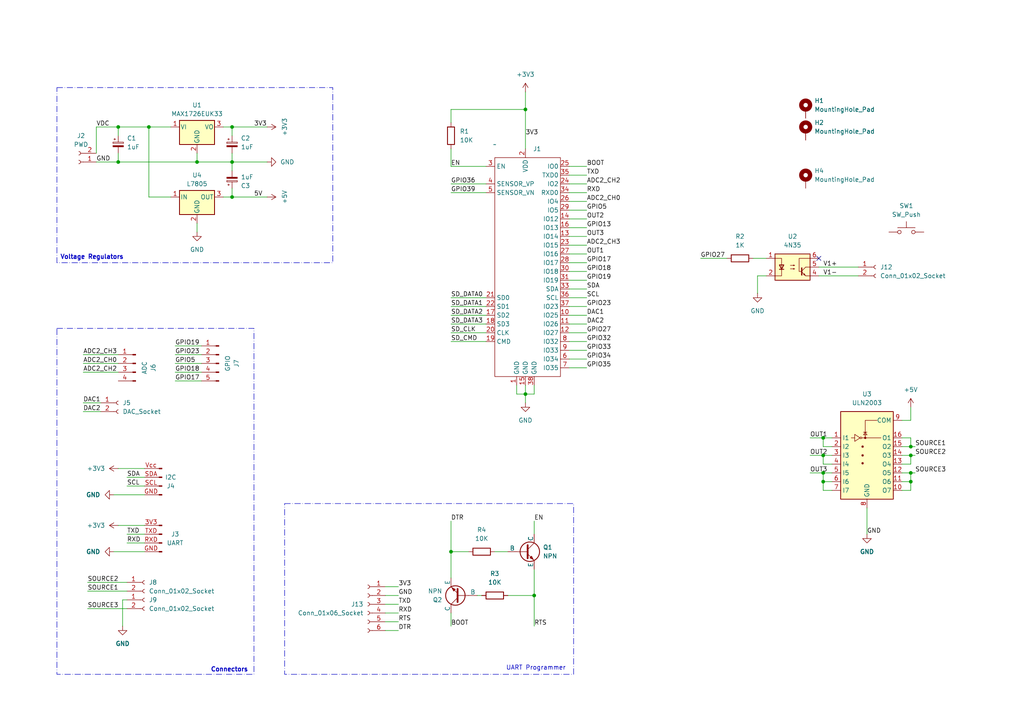
<source format=kicad_sch>
(kicad_sch (version 20231120) (generator "eeschema") (generator_version "8.0")
  (paper "A4")
  (lib_symbols
    (symbol "Alexander_Library_Symbols:Conn_I2C_01x04" (pin_names (offset 1.016) hide)
      (property "Reference" "J" (at 0 5.08 0))
      (property "Value" "I2C" (at 0 -7.62 0))
      (symbol "Conn_I2C_01x04_1_1"
        (polyline (pts (xy 1.27 -5.08) (xy 0.8636 -5.08)) (stroke (width 0.1524)))
        (polyline (pts (xy 1.27 -2.54) (xy 0.8636 -2.54)) (stroke (width 0.1524)))
        (polyline (pts (xy 1.27 0) (xy 0.8636 0)) (stroke (width 0.1524)))
        (polyline (pts (xy 1.27 2.54) (xy 0.8636 2.54)) (stroke (width 0.1524)))
        (rectangle (start 0.8636 -4.953) (end 0 -5.207) (stroke (width 0.1524)) (fill (type outline)))
        (rectangle (start 0.8636 -2.413) (end 0 -2.667) (stroke (width 0.1524)) (fill (type outline)))
        (rectangle (start 0.8636 0.127) (end 0 -0.127) (stroke (width 0.1524)) (fill (type outline)))
        (rectangle (start 0.8636 2.667) (end 0 2.413) (stroke (width 0.1524)) (fill (type outline)))
        (pin power_out line (at 5.08 -5.08 180) (length 3.81) (name "GND") (number "GND"))
        (pin bidirectional line (at 5.08 -2.54 180) (length 3.81) (name "SCL") (number "SCL"))
        (pin bidirectional line (at 5.08 0 180) (length 3.81) (name "SDA") (number "SDA"))
        (pin power_in line (at 5.08 2.54 180) (length 3.81) (name "VCC") (number "Vcc"))
      )
    )
    (symbol "Alexander_Library_Symbols:ESP32-WROOM-32D-SOCKET"
      (property "Reference" "J" (at 0 0 0))
      (symbol "ESP32-WROOM-32D-SOCKET_0_1"
        (rectangle (start 0 -3.81) (end 19.05 -67.31))
      )
      (symbol "ESP32-WROOM-32D-SOCKET_1_1"
        (pin power_out line (at 6.35 -69.85 90) (length 2.54) (name "GND") (number "1"))
        (pin bidirectional line (at 21.59 -49.53 180) (length 2.54) (name "IO25") (number "10"))
        (pin bidirectional line (at 21.59 -52.07 180) (length 2.54) (name "IO26") (number "11"))
        (pin bidirectional line (at 21.59 -54.61 180) (length 2.54) (name "IO27") (number "12"))
        (pin bidirectional line (at 21.59 -26.67 180) (length 2.54) (name "IO14") (number "13"))
        (pin bidirectional line (at 21.59 -21.59 180) (length 2.54) (name "IO12") (number "14"))
        (pin power_out line (at 8.89 -69.85 90) (length 2.54) (name "GND") (number "15"))
        (pin bidirectional line (at 21.59 -24.13 180) (length 2.54) (name "IO13") (number "16"))
        (pin input line (at -2.54 -49.53 0) (length 2.54) (name "SD2") (number "17"))
        (pin input line (at -2.54 -52.07 0) (length 2.54) (name "SD3") (number "18"))
        (pin input line (at -2.54 -57.15 0) (length 2.54) (name "CMD") (number "19"))
        (pin power_in line (at 8.89 -1.27 270) (length 2.54) (name "VDD") (number "2"))
        (pin input line (at -2.54 -54.61 0) (length 2.54) (name "CLK") (number "20"))
        (pin input line (at -2.54 -44.45 0) (length 2.54) (name "SD0") (number "21"))
        (pin input line (at -2.54 -46.99 0) (length 2.54) (name "SD1") (number "22"))
        (pin bidirectional line (at 21.59 -29.21 180) (length 2.54) (name "IO15") (number "23"))
        (pin bidirectional line (at 21.59 -11.43 180) (length 2.54) (name "IO2") (number "24"))
        (pin bidirectional line (at 21.59 -6.35 180) (length 2.54) (name "IO0") (number "25"))
        (pin bidirectional line (at 21.59 -16.51 180) (length 2.54) (name "IO4") (number "26"))
        (pin bidirectional line (at 21.59 -31.75 180) (length 2.54) (name "IO16") (number "27"))
        (pin bidirectional line (at 21.59 -34.29 180) (length 2.54) (name "IO17") (number "28"))
        (pin bidirectional line (at 21.59 -19.05 180) (length 2.54) (name "IO5") (number "29"))
        (pin input line (at -2.54 -6.35 0) (length 2.54) (name "EN") (number "3"))
        (pin bidirectional line (at 21.59 -36.83 180) (length 2.54) (name "IO18") (number "30"))
        (pin bidirectional line (at 21.59 -39.37 180) (length 2.54) (name "IO19") (number "31"))
        (pin bidirectional line (at 21.59 -41.91 180) (length 2.54) (name "SDA") (number "33"))
        (pin input line (at 21.59 -13.97 180) (length 2.54) (name "RXD0") (number "34"))
        (pin output line (at 21.59 -8.89 180) (length 2.54) (name "TXD0") (number "35"))
        (pin bidirectional line (at 21.59 -44.45 180) (length 2.54) (name "SCL") (number "36"))
        (pin bidirectional line (at 21.59 -46.99 180) (length 2.54) (name "IO23") (number "37"))
        (pin power_out line (at 11.43 -69.85 90) (length 2.54) (name "GND") (number "38"))
        (pin input line (at -2.54 -11.43 0) (length 2.54) (name "SENSOR_VP") (number "4"))
        (pin input line (at -2.54 -13.97 0) (length 2.54) (name "SENSOR_VN") (number "5"))
        (pin bidirectional line (at 21.59 -62.23 180) (length 2.54) (name "IO34") (number "6"))
        (pin bidirectional line (at 21.59 -64.77 180) (length 2.54) (name "IO35") (number "7"))
        (pin bidirectional line (at 21.59 -57.15 180) (length 2.54) (name "IO32") (number "8"))
        (pin bidirectional line (at 21.59 -59.69 180) (length 2.54) (name "IO33") (number "9"))
      )
    )
    (symbol "Conn_UART_1" (pin_names (offset 1.016) hide)
      (property "Reference" "J" (at 1.27 3.81 0))
      (property "Value" "UART" (at 2.54 -10.16 0))
      (symbol "Conn_UART_1_1_1"
        (polyline (pts (xy 1.27 -7.62) (xy 0.8636 -7.62)) (stroke (width 0.1524)))
        (polyline (pts (xy 1.27 -5.08) (xy 0.8636 -5.08)) (stroke (width 0.1524)))
        (polyline (pts (xy 1.27 -2.54) (xy 0.8636 -2.54)) (stroke (width 0.1524)))
        (polyline (pts (xy 1.27 0) (xy 0.8636 0)) (stroke (width 0.1524)))
        (rectangle (start 0.8636 -7.493) (end 0 -7.747) (stroke (width 0.1524)) (fill (type outline)))
        (rectangle (start 0.8636 -4.953) (end 0 -5.207) (stroke (width 0.1524)) (fill (type outline)))
        (rectangle (start 0.8636 -2.413) (end 0 -2.667) (stroke (width 0.1524)) (fill (type outline)))
        (rectangle (start 0.8636 0.127) (end 0 -0.127) (stroke (width 0.1524)) (fill (type outline)))
        (pin power_in line (at 5.08 0 180) (length 3.81) (name "3V3") (number "3V3"))
        (pin power_out line (at 5.08 -7.62 180) (length 3.81) (name "GND") (number "GND"))
        (pin input line (at 5.08 -5.08 180) (length 3.81) (name "RXD") (number "RXD"))
        (pin output line (at 5.08 -2.54 180) (length 3.81) (name "TXD") (number "TXD"))
      )
    )
    (symbol "Connector:Conn_01x02_Socket" (pin_names (offset 1.016) hide)
      (property "Reference" "J" (at 0 2.54 0))
      (property "Value" "Conn_01x02_Socket" (at 0 -5.08 0))
      (symbol "Conn_01x02_Socket_1_1"
        (arc (start 0 -2.032) (mid -0.5058 -2.54) (end 0 -3.048) (stroke (width 0.1524)))
        (polyline (pts (xy -1.27 -2.54) (xy -0.508 -2.54)) (stroke (width 0.1524)))
        (polyline (pts (xy -1.27 0) (xy -0.508 0)) (stroke (width 0.1524)))
        (arc (start 0 0.508) (mid -0.5058 0) (end 0 -0.508) (stroke (width 0.1524)))
        (pin passive line (at -5.08 0 0) (length 3.81) (name "Pin_1") (number "1"))
        (pin passive line (at -5.08 -2.54 0) (length 3.81) (name "Pin_2") (number "2"))
      )
    )
    (symbol "Connector:Conn_01x04_Pin" (pin_names (offset 1.016) hide)
      (property "Reference" "J" (at 0 5.08 0))
      (property "Value" "I2C" (at 0 -7.62 0))
      (symbol "Conn_01x04_Pin_1_1"
        (polyline (pts (xy 1.27 -5.08) (xy 0.8636 -5.08)) (stroke (width 0.1524)))
        (polyline (pts (xy 1.27 -2.54) (xy 0.8636 -2.54)) (stroke (width 0.1524)))
        (polyline (pts (xy 1.27 0) (xy 0.8636 0)) (stroke (width 0.1524)))
        (polyline (pts (xy 1.27 2.54) (xy 0.8636 2.54)) (stroke (width 0.1524)))
        (rectangle (start 0.8636 -4.953) (end 0 -5.207) (stroke (width 0.1524)) (fill (type outline)))
        (rectangle (start 0.8636 -2.413) (end 0 -2.667) (stroke (width 0.1524)) (fill (type outline)))
        (rectangle (start 0.8636 0.127) (end 0 -0.127) (stroke (width 0.1524)) (fill (type outline)))
        (rectangle (start 0.8636 2.667) (end 0 2.413) (stroke (width 0.1524)) (fill (type outline)))
        (pin passive line (at 5.08 2.54 180) (length 3.81) (name "Pin_1") (number "1"))
        (pin passive line (at 5.08 0 180) (length 3.81) (name "Pin_2") (number "2"))
        (pin passive line (at 5.08 -2.54 180) (length 3.81) (name "Pin_3") (number "3"))
        (pin passive line (at 5.08 -5.08 180) (length 3.81) (name "Pin_4") (number "4"))
      )
    )
    (symbol "Connector:Conn_01x05_Pin" (pin_names (offset 1.016) hide)
      (property "Reference" "J" (at 0 7.62 0))
      (property "Value" "Conn_01x05_Pin" (at 0 -7.62 0))
      (symbol "Conn_01x05_Pin_1_1"
        (polyline (pts (xy 1.27 -5.08) (xy 0.8636 -5.08)) (stroke (width 0.1524)))
        (polyline (pts (xy 1.27 -2.54) (xy 0.8636 -2.54)) (stroke (width 0.1524)))
        (polyline (pts (xy 1.27 0) (xy 0.8636 0)) (stroke (width 0.1524)))
        (polyline (pts (xy 1.27 2.54) (xy 0.8636 2.54)) (stroke (width 0.1524)))
        (polyline (pts (xy 1.27 5.08) (xy 0.8636 5.08)) (stroke (width 0.1524)))
        (rectangle (start 0.8636 -4.953) (end 0 -5.207) (stroke (width 0.1524)) (fill (type outline)))
        (rectangle (start 0.8636 -2.413) (end 0 -2.667) (stroke (width 0.1524)) (fill (type outline)))
        (rectangle (start 0.8636 0.127) (end 0 -0.127) (stroke (width 0.1524)) (fill (type outline)))
        (rectangle (start 0.8636 2.667) (end 0 2.413) (stroke (width 0.1524)) (fill (type outline)))
        (rectangle (start 0.8636 5.207) (end 0 4.953) (stroke (width 0.1524)) (fill (type outline)))
        (pin passive line (at 5.08 5.08 180) (length 3.81) (name "Pin_1") (number "1"))
        (pin passive line (at 5.08 2.54 180) (length 3.81) (name "Pin_2") (number "2"))
        (pin passive line (at 5.08 0 180) (length 3.81) (name "Pin_3") (number "3"))
        (pin passive line (at 5.08 -2.54 180) (length 3.81) (name "Pin_4") (number "4"))
        (pin passive line (at 5.08 -5.08 180) (length 3.81) (name "Pin_5") (number "5"))
      )
    )
    (symbol "Connector:Conn_01x06_Socket" (pin_names (offset 1.016) hide)
      (property "Reference" "J" (at 0 7.62 0))
      (property "Value" "Conn_01x06_Socket" (at 0 -10.16 0))
      (symbol "Conn_01x06_Socket_1_1"
        (arc (start 0 -7.112) (mid -0.5058 -7.62) (end 0 -8.128) (stroke (width 0.1524)))
        (arc (start 0 -4.572) (mid -0.5058 -5.08) (end 0 -5.588) (stroke (width 0.1524)))
        (arc (start 0 -2.032) (mid -0.5058 -2.54) (end 0 -3.048) (stroke (width 0.1524)))
        (polyline (pts (xy -1.27 -7.62) (xy -0.508 -7.62)) (stroke (width 0.1524)))
        (polyline (pts (xy -1.27 -5.08) (xy -0.508 -5.08)) (stroke (width 0.1524)))
        (polyline (pts (xy -1.27 -2.54) (xy -0.508 -2.54)) (stroke (width 0.1524)))
        (polyline (pts (xy -1.27 0) (xy -0.508 0)) (stroke (width 0.1524)))
        (polyline (pts (xy -1.27 2.54) (xy -0.508 2.54)) (stroke (width 0.1524)))
        (polyline (pts (xy -1.27 5.08) (xy -0.508 5.08)) (stroke (width 0.1524)))
        (arc (start 0 0.508) (mid -0.5058 0) (end 0 -0.508) (stroke (width 0.1524)))
        (arc (start 0 3.048) (mid -0.5058 2.54) (end 0 2.032) (stroke (width 0.1524)))
        (arc (start 0 5.588) (mid -0.5058 5.08) (end 0 4.572) (stroke (width 0.1524)))
        (pin passive line (at -5.08 5.08 0) (length 3.81) (name "Pin_1") (number "1"))
        (pin passive line (at -5.08 2.54 0) (length 3.81) (name "Pin_2") (number "2"))
        (pin passive line (at -5.08 0 0) (length 3.81) (name "Pin_3") (number "3"))
        (pin passive line (at -5.08 -2.54 0) (length 3.81) (name "Pin_4") (number "4"))
        (pin passive line (at -5.08 -5.08 0) (length 3.81) (name "Pin_5") (number "5"))
        (pin passive line (at -5.08 -7.62 0) (length 3.81) (name "Pin_6") (number "6"))
      )
    )
    (symbol "Device:C_Polarized_Small" (pin_numbers hide) (pin_names (offset 0.254) hide)
      (property "Reference" "C" (at 0.254 1.778 0))
      (property "Value" "C_Polarized_Small" (at 0.254 -2.032 0))
      (symbol "C_Polarized_Small_0_1"
        (rectangle (start -1.524 -0.3048) (end 1.524 -0.6858) (fill (type outline)))
        (rectangle (start -1.524 0.6858) (end 1.524 0.3048))
        (polyline (pts (xy -1.27 1.524) (xy -0.762 1.524)))
        (polyline (pts (xy -1.016 1.27) (xy -1.016 1.778)))
      )
      (symbol "C_Polarized_Small_1_1"
        (pin passive line (at 0 2.54 270) (length 1.8542) (name "~") (number "1"))
        (pin passive line (at 0 -2.54 90) (length 1.8542) (name "~") (number "2"))
      )
    )
    (symbol "Device:R" (pin_numbers hide) (pin_names (offset 0))
      (property "Reference" "R" (at 2.032 0 90))
      (property "Value" "R" (at 0 0 90))
      (symbol "R_0_1"
        (rectangle (start -1.016 -2.54) (end 1.016 2.54) (stroke (width 0.254)))
      )
      (symbol "R_1_1"
        (pin passive line (at 0 3.81 270) (length 1.27) (name "~") (number "1"))
        (pin passive line (at 0 -3.81 90) (length 1.27) (name "~") (number "2"))
      )
    )
    (symbol "GND_1" (power) (pin_numbers hide) (pin_names (offset 0) hide)
      (property "Value" "GND" (at 0 -3.81 0))
      (symbol "GND_1_0_1"
        (polyline (pts (xy 0 0) (xy 0 -1.27) (xy 1.27 -1.27) (xy 0 -2.54) (xy -1.27 -1.27) (xy 0 -1.27)))
      )
      (symbol "GND_1_1_1"
        (pin power_in line (at 0 0 270) (length 0) (name "~") (number "1"))
      )
    )
    (symbol "GND_2" (power) (pin_numbers hide) (pin_names (offset 0) hide)
      (property "Value" "GND" (at 0 -3.81 0))
      (symbol "GND_2_0_1"
        (polyline (pts (xy 0 0) (xy 0 -1.27) (xy 1.27 -1.27) (xy 0 -2.54) (xy -1.27 -1.27) (xy 0 -1.27)))
      )
      (symbol "GND_2_1_1"
        (pin power_in line (at 0 0 270) (length 0) (name "~") (number "1"))
      )
    )
    (symbol "Isolator:4N35" (pin_names (offset 1.016))
      (property "Reference" "U" (at -5.08 5.08 0))
      (property "Value" "4N35" (at 0 5.08 0))
      (symbol "4N35_0_1"
        (rectangle (start -5.08 3.81) (end 5.08 -3.81) (stroke (width 0.254)) (fill (type background)))
        (polyline (pts (xy -3.81 -0.635) (xy -2.54 -0.635)) (stroke (width 0.254)))
        (polyline (pts (xy 2.667 -1.397) (xy 3.81 -2.54)))
        (polyline (pts (xy 2.667 -1.143) (xy 3.81 0)))
        (polyline (pts (xy 3.81 -2.54) (xy 5.08 -2.54)))
        (polyline (pts (xy 3.81 0) (xy 5.08 0)))
        (polyline (pts (xy 2.667 -0.254) (xy 2.667 -2.286) (xy 2.667 -2.286)) (stroke (width 0.3556)))
        (polyline (pts (xy -5.08 -2.54) (xy -3.175 -2.54) (xy -3.175 2.54) (xy -5.08 2.54)))
        (polyline (pts (xy -3.175 -0.635) (xy -3.81 0.635) (xy -2.54 0.635) (xy -3.175 -0.635)) (stroke (width 0.254)))
        (polyline (pts (xy 3.683 -2.413) (xy 3.429 -1.905) (xy 3.175 -2.159) (xy 3.683 -2.413)))
        (polyline (pts (xy 5.08 2.54) (xy 1.905 2.54) (xy 1.905 -1.27) (xy 2.54 -1.27)))
        (polyline (pts (xy -0.635 -0.508) (xy 0.635 -0.508) (xy 0.254 -0.635) (xy 0.254 -0.381) (xy 0.635 -0.508)))
        (polyline (pts (xy -0.635 0.508) (xy 0.635 0.508) (xy 0.254 0.381) (xy 0.254 0.635) (xy 0.635 0.508)))
      )
      (symbol "4N35_1_1"
        (pin passive line (at -7.62 2.54 0) (length 2.54) (name "~") (number "1"))
        (pin passive line (at -7.62 -2.54 0) (length 2.54) (name "~") (number "2"))
        (pin no_connect line (at -5.08 0 0) (length 2.54) hide (name "NC") (number "3"))
        (pin passive line (at 7.62 -2.54 180) (length 2.54) (name "~") (number "4"))
        (pin passive line (at 7.62 0 180) (length 2.54) (name "~") (number "5"))
        (pin passive line (at 7.62 2.54 180) (length 2.54) (name "~") (number "6"))
      )
    )
    (symbol "Mechanical:MountingHole_Pad" (pin_numbers hide) (pin_names (offset 1.016) hide)
      (property "Reference" "H" (at 0 6.35 0))
      (property "Value" "MountingHole_Pad" (at 0 4.445 0))
      (symbol "MountingHole_Pad_0_1"
        (circle (center 0 1.27) (radius 1.27) (stroke (width 1.27)))
      )
      (symbol "MountingHole_Pad_1_1"
        (pin input line (at 0 -2.54 90) (length 2.54) (name "1") (number "1"))
      )
    )
    (symbol "Regulator_Linear:L7805" (pin_names (offset 0.254))
      (property "Reference" "U4" (at 0 6.35 0))
      (property "Value" "L7805" (at 0 3.81 0))
      (symbol "L7805_0_1"
        (rectangle (start -5.08 1.905) (end 5.08 -5.08) (stroke (width 0.254)) (fill (type background)))
      )
      (symbol "L7805_1_1"
        (pin power_in line (at -7.62 0 0) (length 2.54) (name "IN") (number "1"))
        (pin power_in line (at 0 -7.62 90) (length 2.54) (name "GND") (number "2"))
        (pin power_out line (at 7.62 0 180) (length 2.54) (name "OUT") (number "3"))
      )
    )
    (symbol "Regulator_Linear:LM78M05_TO220" (pin_names (offset 0.254))
      (property "Reference" "U" (at -3.81 3.175 0))
      (property "Value" "LM78M05_TO220" (at 0 3.175 0))
      (symbol "LM78M05_TO220_0_1"
        (rectangle (start -5.08 1.905) (end 5.08 -5.08) (stroke (width 0.254)) (fill (type background)))
      )
      (symbol "LM78M05_TO220_1_1"
        (pin power_in line (at -7.62 0 0) (length 2.54) (name "VI") (number "1"))
        (pin power_in line (at 0 -7.62 90) (length 2.54) (name "GND") (number "2"))
        (pin power_out line (at 7.62 0 180) (length 2.54) (name "VO") (number "3"))
      )
    )
    (symbol "Simulation_SPICE:NPN" (pin_numbers hide) (pin_names (offset 0))
      (property "Reference" "Q" (at -2.54 7.62 0))
      (property "Value" "NPN" (at -2.54 5.08 0))
      (symbol "NPN_0_1"
        (polyline (pts (xy -2.54 0) (xy 0.635 0)) (stroke (width 0.1524)))
        (polyline (pts (xy 0.635 0.635) (xy 2.54 2.54)))
        (polyline (pts (xy 2.794 -1.27) (xy 2.794 -1.27)) (stroke (width 0.1524)))
        (polyline (pts (xy 2.794 -1.27) (xy 2.794 -1.27)) (stroke (width 0.1524)))
        (polyline (pts (xy 0.635 -0.635) (xy 2.54 -2.54) (xy 2.54 -2.54)))
        (polyline (pts (xy 0.635 1.905) (xy 0.635 -1.905) (xy 0.635 -1.905)) (stroke (width 0.508)))
        (polyline (pts (xy 1.27 -1.778) (xy 1.778 -1.27) (xy 2.286 -2.286) (xy 1.27 -1.778) (xy 1.27 -1.778)) (fill (type outline)))
        (circle (center 1.27 0) (radius 2.8194) (stroke (width 0.254)))
      )
      (symbol "NPN_1_1"
        (pin open_collector line (at 2.54 5.08 270) (length 2.54) (name "C") (number "1"))
        (pin input line (at -5.08 0 0) (length 2.54) (name "B") (number "2"))
        (pin open_emitter line (at 2.54 -5.08 90) (length 2.54) (name "E") (number "3"))
      )
    )
    (symbol "Switch:SW_Push" (pin_numbers hide) (pin_names (offset 1.016) hide)
      (property "Reference" "SW" (at 1.27 2.54 0))
      (property "Value" "SW_Push" (at 0 -1.524 0))
      (symbol "SW_Push_0_1"
        (circle (center -2.032 0) (radius 0.508))
        (polyline (pts (xy 0 1.27) (xy 0 3.048)))
        (polyline (pts (xy 2.54 1.27) (xy -2.54 1.27)))
        (circle (center 2.032 0) (radius 0.508))
        (pin passive line (at -5.08 0 0) (length 2.54) (name "1") (number "1"))
        (pin passive line (at 5.08 0 180) (length 2.54) (name "2") (number "2"))
      )
    )
    (symbol "Transistor_Array:ULN2003"
      (property "Reference" "U" (at 0 15.875 0))
      (property "Value" "ULN2003" (at 0 13.97 0))
      (symbol "ULN2003_0_1"
        (rectangle (start -7.62 -12.7) (end 7.62 12.7) (stroke (width 0.254)) (fill (type background)))
        (circle (center -1.778 5.08) (radius 0.254))
        (circle (center -1.27 -2.286) (radius 0.254) (fill (type outline)))
        (circle (center -1.27 0) (radius 0.254) (fill (type outline)))
        (circle (center -1.27 2.54) (radius 0.254) (fill (type outline)))
        (circle (center -0.508 5.08) (radius 0.254) (fill (type outline)))
        (polyline (pts (xy -4.572 5.08) (xy -3.556 5.08)))
        (polyline (pts (xy -1.524 5.08) (xy 4.064 5.08)))
        (polyline (pts (xy 0 6.731) (xy -1.016 6.731)))
        (polyline (pts (xy -0.508 5.08) (xy -0.508 10.16) (xy 2.921 10.16)))
        (polyline (pts (xy -3.556 6.096) (xy -3.556 4.064) (xy -2.032 5.08) (xy -3.556 6.096)))
        (polyline (pts (xy 0 5.969) (xy -1.016 5.969) (xy -0.508 6.731) (xy 0 5.969)))
      )
      (symbol "ULN2003_1_1"
        (pin input line (at -10.16 5.08 0) (length 2.54) (name "I1") (number "1"))
        (pin open_collector line (at 10.16 -10.16 180) (length 2.54) (name "O7") (number "10"))
        (pin open_collector line (at 10.16 -7.62 180) (length 2.54) (name "O6") (number "11"))
        (pin open_collector line (at 10.16 -5.08 180) (length 2.54) (name "O5") (number "12"))
        (pin open_collector line (at 10.16 -2.54 180) (length 2.54) (name "O4") (number "13"))
        (pin open_collector line (at 10.16 0 180) (length 2.54) (name "O3") (number "14"))
        (pin open_collector line (at 10.16 2.54 180) (length 2.54) (name "O2") (number "15"))
        (pin open_collector line (at 10.16 5.08 180) (length 2.54) (name "O1") (number "16"))
        (pin input line (at -10.16 2.54 0) (length 2.54) (name "I2") (number "2"))
        (pin input line (at -10.16 0 0) (length 2.54) (name "I3") (number "3"))
        (pin input line (at -10.16 -2.54 0) (length 2.54) (name "I4") (number "4"))
        (pin input line (at -10.16 -5.08 0) (length 2.54) (name "I5") (number "5"))
        (pin input line (at -10.16 -7.62 0) (length 2.54) (name "I6") (number "6"))
        (pin input line (at -10.16 -10.16 0) (length 2.54) (name "I7") (number "7"))
        (pin power_in line (at 0 -15.24 90) (length 2.54) (name "GND") (number "8"))
        (pin passive line (at 10.16 10.16 180) (length 2.54) (name "COM") (number "9"))
      )
    )
    (symbol "power:+3V3" (power) (pin_names (offset 0))
      (property "Value" "+3V3" (at 0 3.556 0))
      (symbol "+3V3_0_1"
        (polyline (pts (xy -0.762 1.27) (xy 0 2.54)))
        (polyline (pts (xy 0 0) (xy 0 2.54)))
        (polyline (pts (xy 0 2.54) (xy 0.762 1.27)))
      )
      (symbol "+3V3_1_1"
        (pin power_in line (at 0 0 90) (length 0) hide (name "+3V3") (number "1"))
      )
    )
    (symbol "power:+5V" (power) (pin_names (offset 0))
      (property "Value" "+5V" (at 0 3.556 0))
      (symbol "+5V_0_1"
        (polyline (pts (xy -0.762 1.27) (xy 0 2.54)))
        (polyline (pts (xy 0 0) (xy 0 2.54)))
        (polyline (pts (xy 0 2.54) (xy 0.762 1.27)))
      )
      (symbol "+5V_1_1"
        (pin power_in line (at 0 0 90) (length 0) hide (name "+5V") (number "1"))
      )
    )
    (symbol "power:GND" (power) (pin_names (offset 0))
      (property "Value" "GND" (at 0 -3.81 0))
      (symbol "GND_0_1"
        (polyline (pts (xy 0 0) (xy 0 -1.27) (xy 1.27 -1.27) (xy 0 -2.54) (xy -1.27 -1.27) (xy 0 -1.27)))
      )
      (symbol "GND_1_1"
        (pin power_in line (at 0 0 270) (length 0) hide (name "GND") (number "1"))
      )
    )
  )
  (junction (at 57.15 46.99))
  (junction (at 67.31 46.99))
  (junction (at 34.29 46.99))
  (junction (at 238.76 139.7))
  (junction (at 152.4 31.75))
  (junction (at 264.16 129.54))
  (junction (at 238.76 137.16))
  (junction (at 67.31 57.15))
  (junction (at 238.76 132.08))
  (junction (at 264.16 137.16))
  (junction (at 130.81 160.02))
  (junction (at 264.16 139.7))
  (junction (at 43.18 36.83))
  (junction (at 154.94 172.72))
  (junction (at 264.16 132.08))
  (junction (at 67.31 36.83))
  (junction (at 34.29 36.83))
  (junction (at 238.76 127))
  (junction (at 152.4 114.3))
  (no_connect (at 237.49 74.93))
  (wire (pts (xy 165.1 53.34) (xy 170.18 53.34)))
  (wire (pts (xy 57.15 64.77) (xy 57.15 67.31)))
  (wire (pts (xy 130.81 96.52) (xy 140.97 96.52)))
  (wire (pts (xy 35.56 173.99) (xy 35.56 181.61)))
  (wire (pts (xy 36.83 140.97) (xy 41.91 140.97)))
  (wire (pts (xy 111.76 180.34) (xy 115.57 180.34)))
  (wire (pts (xy 25.4 168.91) (xy 36.83 168.91)))
  (wire (pts (xy 165.1 58.42) (xy 170.18 58.42)))
  (wire (pts (xy 130.81 160.02) (xy 135.89 160.02)))
  (wire (pts (xy 130.81 93.98) (xy 140.97 93.98)))
  (wire (pts (xy 49.53 57.15) (xy 43.18 57.15)))
  (wire (pts (xy 36.83 154.94) (xy 41.91 154.94)))
  (wire (pts (xy 154.94 151.13) (xy 154.94 154.94)))
  (wire (pts (xy 152.4 26.67) (xy 152.4 31.75)))
  (wire (pts (xy 165.1 73.66) (xy 170.18 73.66)))
  (wire (pts (xy 165.1 76.2) (xy 170.18 76.2)))
  (wire (pts (xy 34.29 135.89) (xy 41.91 135.89)))
  (wire (pts (xy 143.51 160.02) (xy 147.32 160.02)))
  (wire (pts (xy 57.15 44.45) (xy 57.15 46.99)))
  (wire (pts (xy 165.1 99.06) (xy 170.18 99.06)))
  (wire (pts (xy 34.29 107.95) (xy 24.13 107.95)))
  (wire (pts (xy 241.3 137.16) (xy 238.76 137.16)))
  (wire (pts (xy 149.86 114.3) (xy 152.4 114.3)))
  (wire (pts (xy 58.42 102.87) (xy 50.8 102.87)))
  (wire (pts (xy 67.31 44.45) (xy 67.31 46.99)))
  (wire (pts (xy 241.3 134.62) (xy 238.76 134.62)))
  (wire (pts (xy 34.29 102.87) (xy 24.13 102.87)))
  (wire (pts (xy 165.1 48.26) (xy 170.18 48.26)))
  (wire (pts (xy 264.16 121.92) (xy 261.62 121.92)))
  (wire (pts (xy 234.95 137.16) (xy 238.76 137.16)))
  (wire (pts (xy 238.76 142.24) (xy 238.76 139.7)))
  (wire (pts (xy 58.42 105.41) (xy 50.8 105.41)))
  (wire (pts (xy 165.1 101.6) (xy 170.18 101.6)))
  (wire (pts (xy 140.97 48.26) (xy 130.81 48.26)))
  (wire (pts (xy 111.76 182.88) (xy 115.57 182.88)))
  (wire (pts (xy 149.86 111.76) (xy 149.86 114.3)))
  (wire (pts (xy 43.18 36.83) (xy 49.53 36.83)))
  (wire (pts (xy 24.13 116.84) (xy 29.21 116.84)))
  (wire (pts (xy 130.81 55.88) (xy 140.97 55.88)))
  (wire (pts (xy 130.81 31.75) (xy 130.81 35.56)))
  (wire (pts (xy 264.16 142.24) (xy 264.16 139.7)))
  (wire (pts (xy 34.29 152.4) (xy 41.91 152.4)))
  (wire (pts (xy 34.29 36.83) (xy 34.29 39.37)))
  (wire (pts (xy 34.29 44.45) (xy 34.29 46.99)))
  (wire (pts (xy 152.4 114.3) (xy 152.4 116.84)))
  (wire (pts (xy 130.81 88.9) (xy 140.97 88.9)))
  (wire (pts (xy 264.16 118.11) (xy 264.16 121.92)))
  (wire (pts (xy 25.4 171.45) (xy 36.83 171.45)))
  (wire (pts (xy 261.62 132.08) (xy 264.16 132.08)))
  (wire (pts (xy 130.81 86.36) (xy 140.97 86.36)))
  (wire (pts (xy 165.1 104.14) (xy 170.18 104.14)))
  (wire (pts (xy 237.49 80.01) (xy 248.92 80.01)))
  (wire (pts (xy 43.18 36.83) (xy 43.18 57.15)))
  (wire (pts (xy 218.44 74.93) (xy 222.25 74.93)))
  (wire (pts (xy 36.83 173.99) (xy 35.56 173.99)))
  (wire (pts (xy 67.31 57.15) (xy 77.47 57.15)))
  (wire (pts (xy 264.16 139.7) (xy 264.16 137.16)))
  (wire (pts (xy 67.31 46.99) (xy 77.47 46.99)))
  (wire (pts (xy 154.94 165.1) (xy 154.94 172.72)))
  (wire (pts (xy 264.16 129.54) (xy 264.16 127)))
  (wire (pts (xy 165.1 88.9) (xy 170.18 88.9)))
  (wire (pts (xy 25.4 176.53) (xy 36.83 176.53)))
  (wire (pts (xy 165.1 96.52) (xy 170.18 96.52)))
  (wire (pts (xy 64.77 57.15) (xy 67.31 57.15)))
  (wire (pts (xy 241.3 132.08) (xy 238.76 132.08)))
  (wire (pts (xy 41.91 143.51) (xy 33.02 143.51)))
  (wire (pts (xy 261.62 129.54) (xy 264.16 129.54)))
  (wire (pts (xy 36.83 157.48) (xy 41.91 157.48)))
  (wire (pts (xy 130.81 31.75) (xy 152.4 31.75)))
  (wire (pts (xy 67.31 46.99) (xy 67.31 49.53)))
  (wire (pts (xy 165.1 50.8) (xy 170.18 50.8)))
  (wire (pts (xy 64.77 36.83) (xy 67.31 36.83)))
  (wire (pts (xy 165.1 93.98) (xy 170.18 93.98)))
  (wire (pts (xy 58.42 107.95) (xy 50.8 107.95)))
  (wire (pts (xy 251.46 147.32) (xy 251.46 154.94)))
  (wire (pts (xy 264.16 132.08) (xy 265.43 132.08)))
  (wire (pts (xy 111.76 175.26) (xy 115.57 175.26)))
  (wire (pts (xy 57.15 46.99) (xy 67.31 46.99)))
  (wire (pts (xy 154.94 172.72) (xy 154.94 181.61)))
  (wire (pts (xy 111.76 177.8) (xy 115.57 177.8)))
  (wire (pts (xy 237.49 77.47) (xy 248.92 77.47)))
  (wire (pts (xy 165.1 81.28) (xy 170.18 81.28)))
  (wire (pts (xy 261.62 127) (xy 264.16 127)))
  (wire (pts (xy 130.81 99.06) (xy 140.97 99.06)))
  (wire (pts (xy 264.16 137.16) (xy 265.43 137.16)))
  (wire (pts (xy 67.31 39.37) (xy 67.31 36.83)))
  (wire (pts (xy 165.1 55.88) (xy 170.18 55.88)))
  (wire (pts (xy 27.94 36.83) (xy 34.29 36.83)))
  (wire (pts (xy 165.1 66.04) (xy 170.18 66.04)))
  (wire (pts (xy 165.1 83.82) (xy 170.18 83.82)))
  (wire (pts (xy 264.16 129.54) (xy 265.43 129.54)))
  (wire (pts (xy 154.94 172.72) (xy 147.32 172.72)))
  (wire (pts (xy 130.81 151.13) (xy 130.81 160.02)))
  (wire (pts (xy 130.81 53.34) (xy 140.97 53.34)))
  (wire (pts (xy 41.91 160.02) (xy 33.02 160.02)))
  (wire (pts (xy 165.1 71.12) (xy 170.18 71.12)))
  (wire (pts (xy 203.2 74.93) (xy 210.82 74.93)))
  (wire (pts (xy 261.62 134.62) (xy 264.16 134.62)))
  (wire (pts (xy 165.1 63.5) (xy 170.18 63.5)))
  (wire (pts (xy 261.62 142.24) (xy 264.16 142.24)))
  (wire (pts (xy 165.1 91.44) (xy 170.18 91.44)))
  (wire (pts (xy 165.1 106.68) (xy 170.18 106.68)))
  (wire (pts (xy 241.3 139.7) (xy 238.76 139.7)))
  (wire (pts (xy 67.31 54.61) (xy 67.31 57.15)))
  (wire (pts (xy 264.16 134.62) (xy 264.16 132.08)))
  (wire (pts (xy 152.4 31.75) (xy 152.4 43.18)))
  (wire (pts (xy 138.43 172.72) (xy 139.7 172.72)))
  (wire (pts (xy 238.76 134.62) (xy 238.76 132.08)))
  (wire (pts (xy 219.71 85.09) (xy 219.71 80.01)))
  (wire (pts (xy 165.1 68.58) (xy 170.18 68.58)))
  (wire (pts (xy 24.13 119.38) (xy 29.21 119.38)))
  (wire (pts (xy 154.94 114.3) (xy 152.4 114.3)))
  (wire (pts (xy 238.76 129.54) (xy 238.76 127)))
  (wire (pts (xy 130.81 177.8) (xy 130.81 181.61)))
  (wire (pts (xy 234.95 132.08) (xy 238.76 132.08)))
  (wire (pts (xy 165.1 60.96) (xy 170.18 60.96)))
  (wire (pts (xy 111.76 172.72) (xy 115.57 172.72)))
  (wire (pts (xy 241.3 127) (xy 238.76 127)))
  (wire (pts (xy 154.94 111.76) (xy 154.94 114.3)))
  (wire (pts (xy 261.62 139.7) (xy 264.16 139.7)))
  (wire (pts (xy 261.62 137.16) (xy 264.16 137.16)))
  (wire (pts (xy 234.95 127) (xy 238.76 127)))
  (wire (pts (xy 165.1 78.74) (xy 170.18 78.74)))
  (wire (pts (xy 238.76 139.7) (xy 238.76 137.16)))
  (wire (pts (xy 58.42 110.49) (xy 50.8 110.49)))
  (wire (pts (xy 36.83 138.43) (xy 41.91 138.43)))
  (wire (pts (xy 165.1 86.36) (xy 170.18 86.36)))
  (wire (pts (xy 34.29 36.83) (xy 43.18 36.83)))
  (wire (pts (xy 111.76 170.18) (xy 115.57 170.18)))
  (wire (pts (xy 130.81 91.44) (xy 140.97 91.44)))
  (wire (pts (xy 130.81 160.02) (xy 130.81 167.64)))
  (wire (pts (xy 130.81 43.18) (xy 130.81 48.26)))
  (wire (pts (xy 58.42 100.33) (xy 50.8 100.33)))
  (wire (pts (xy 67.31 36.83) (xy 77.47 36.83)))
  (wire (pts (xy 27.94 46.99) (xy 34.29 46.99)))
  (wire (pts (xy 34.29 105.41) (xy 24.13 105.41)))
  (wire (pts (xy 241.3 142.24) (xy 238.76 142.24)))
  (wire (pts (xy 219.71 80.01) (xy 222.25 80.01)))
  (wire (pts (xy 241.3 129.54) (xy 238.76 129.54)))
  (wire (pts (xy 152.4 111.76) (xy 152.4 114.3)))
  (wire (pts (xy 34.29 46.99) (xy 57.15 46.99)))
  (wire (pts (xy 27.94 36.83) (xy 27.94 44.45)))
  (rectangle (start 82.55 146.05) (end 166.37 195.58) (stroke (width 0) (type dash_dot)))
  (rectangle (start 16.51 95.25) (end 73.66 195.58) (stroke (width 0) (type dash_dot)))
  (rectangle (start 16.51 25.4) (end 96.52 76.2) (stroke (width 0) (type dash_dot)))
  (text "Voltage Regulators" (at 26.67 73.914 0) (effects (font (size 1.27 1.27) (thickness 0.254) (bold yes)) (justify top)))
  (text "UART Programmer" (at 155.448 193.802 0) (effects (font (size 1.27 1.27))))
  (text "Connectors\n" (at 66.548 194.31 0) (effects (font (size 1.27 1.27) (thickness 0.254) (bold yes))))
  (label "ADC2_CH3" (at 24.13 102.87 0))
  (label "ADC2_CH0" (at 24.13 105.41 0))
  (label "SD_DATA1" (at 130.81 88.9 0))
  (label "SOURCE1" (at 25.4 171.45 0))
  (label "TXD" (at 115.57 175.26 0))
  (label "GPIO27" (at 170.18 96.52 0))
  (label "GPIO5" (at 170.18 60.96 0))
  (label "ADC2_CH2" (at 24.13 107.95 0))
  (label "RTS" (at 154.94 181.61 0))
  (label "ADC2_CH2" (at 170.18 53.34 0))
  (label "OUT1" (at 170.18 73.66 0))
  (label "OUT2" (at 170.18 63.5 0))
  (label "3V3" (at 115.57 170.18 0))
  (label "SD_DATA0" (at 130.81 86.36 0))
  (label "EN" (at 154.94 151.13 0))
  (label "GPIO23" (at 170.18 88.9 0))
  (label "VDC" (at 27.94 36.83 0))
  (label "GPIO13" (at 170.18 66.04 0))
  (label "SOURCE3" (at 25.4 176.53 0))
  (label "SD_CLK" (at 130.81 96.52 0))
  (label "DAC2" (at 24.13 119.38 0))
  (label "TXD" (at 170.18 50.8 0))
  (label "OUT2" (at 234.95 132.08 0))
  (label "SDA" (at 170.18 83.82 0))
  (label "SD_CMD" (at 130.81 99.06 0))
  (label "SD_DATA3" (at 130.81 93.98 0))
  (label "GPIO17" (at 170.18 76.2 0))
  (label "GPIO23" (at 50.8 102.87 0))
  (label "GPIO5" (at 50.8 105.41 0))
  (label "DTR" (at 130.81 151.13 0))
  (label "SD_DATA2" (at 130.81 91.44 0))
  (label "GPIO34" (at 170.18 104.14 0))
  (label "OUT3" (at 170.18 68.58 0))
  (label "RTS" (at 115.57 180.34 0))
  (label "SCL" (at 170.18 86.36 0))
  (label "GPIO18" (at 170.18 78.74 0))
  (label "V1-" (at 238.76 80.01 0))
  (label "BOOT" (at 130.81 181.61 0))
  (label "RXD" (at 36.83 157.48 0))
  (label "GPIO27" (at 203.2 74.93 0))
  (label "SCL" (at 36.83 140.97 0))
  (label "GND" (at 115.57 172.72 0))
  (label "GPIO33" (at 170.18 101.6 0))
  (label "3V3" (at 152.4 39.37 0))
  (label "ADC2_CH3" (at 170.18 71.12 0))
  (label "GPIO35" (at 170.18 106.68 0))
  (label "GPIO39" (at 130.81 55.88 0))
  (label "SOURCE1" (at 265.43 129.54 0))
  (label "OUT3" (at 234.95 137.16 0))
  (label "GPIO17" (at 50.8 110.49 0))
  (label "GPIO18" (at 50.8 107.95 0))
  (label "SOURCE2" (at 265.43 132.08 0))
  (label "BOOT" (at 170.18 48.26 0))
  (label "RXD" (at 115.57 177.8 0))
  (label "SOURCE3" (at 265.43 137.16 0))
  (label "DTR" (at 115.57 182.88 0))
  (label "ADC2_CH0" (at 170.18 58.42 0))
  (label "5V" (at 73.66 57.15 0))
  (label "GPIO32" (at 170.18 99.06 0))
  (label "DAC2" (at 170.18 93.98 0))
  (label "DAC1" (at 170.18 91.44 0))
  (label "3V3" (at 73.66 36.83 0))
  (label "SDA" (at 36.83 138.43 0))
  (label "GPIO19" (at 50.8 100.33 0))
  (label "OUT1" (at 234.95 127 0))
  (label "GPIO36" (at 130.81 53.34 0))
  (label "GPIO19" (at 170.18 81.28 0))
  (label "GND" (at 27.94 46.99 0))
  (label "V1+" (at 238.76 77.47 0))
  (label "DAC1" (at 24.13 116.84 0))
  (label "EN" (at 130.81 48.26 0))
  (label "GND" (at 251.46 154.94 0))
  (label "TXD" (at 36.83 154.94 0))
  (label "SOURCE2" (at 25.4 168.91 0))
  (label "RXD" (at 170.18 55.88 0))
  (symbol (lib_id "Connector:Conn_01x02_Socket") (at 34.29 116.84 0) (unit 1)
    (property "Reference" "J5" (at 35.56 116.84 0) (effects (justify left)))
    (property "Value" "DAC_Socket" (at 35.56 119.38 0) (effects (justify left)))
    (property "Footprint" "Connector_PinSocket_2.54mm:PinSocket_1x02_P2.54mm_Vertical" (effects (hide yes)))
  )
  (symbol (lib_id "power:GND") (at 77.47 46.99 90) (unit 1)
    (property "Reference" "#PWR03" (effects (hide yes)))
    (property "Value" "GND" (at 81.28 46.9899 90) (effects (justify right)))
  )
  (symbol (lib_id "Device:R") (at 143.51 172.72 270) (unit 1)
    (property "Reference" "R3" (at 143.51 166.37 90))
    (property "Value" "10K" (at 143.51 168.91 90))
    (property "Footprint" "Resistor_SMD:R_1210_3225Metric_Pad1.30x2.65mm_HandSolder" (effects (hide yes)))
    (property "Description" "Resistor" (effects (hide yes)))
  )
  (symbol (lib_id "power:+3V3") (at 34.29 152.4 90) (unit 1)
    (property "Reference" "#PWR06" (effects (hide yes)))
    (property "Value" "+3V3" (at 30.48 152.3999 90) (effects (justify left)))
  )
  (symbol (lib_id "power:+3V3") (at 34.29 135.89 90) (unit 1)
    (property "Reference" "#PWR08" (effects (hide yes)))
    (property "Value" "+3V3" (at 30.48 135.89 90) (effects (justify left)))
  )
  (symbol (lib_id "power:+5V") (at 264.16 118.11 0) (unit 1)
    (property "Reference" "#PWR012" (effects (hide yes)))
    (property "Value" "+5V" (at 264.16 113.03 0))
  )
  (symbol (lib_id "Transistor_Array:ULN2003") (at 251.46 132.08 0) (unit 1)
    (property "Reference" "U3" (at 251.46 114.3 0))
    (property "Value" "ULN2003" (at 251.46 116.84 0))
    (property "Footprint" "Package_DIP:DIP-16_W7.62mm" (effects (hide yes)))
    (property "Datasheet" "http://www.ti.com/lit/ds/symlink/uln2003a.pdf" (effects (hide yes)))
  )
  (symbol (lib_id "Device:R") (at 139.7 160.02 270) (unit 1)
    (property "Reference" "R4" (at 139.7 153.67 90))
    (property "Value" "10K" (at 139.7 156.21 90))
    (property "Footprint" "Resistor_SMD:R_1210_3225Metric_Pad1.30x2.65mm_HandSolder" (effects (hide yes)))
    (property "Description" "Resistor" (effects (hide yes)))
  )
  (symbol (lib_name "Conn_UART_1") (lib_id "Alexander_Library_Symbols:Conn_UART") (at 46.99 152.4 0) (mirror y) (unit 1)
    (property "Reference" "J3" (at 50.8 154.94 0))
    (property "Value" "UART" (at 50.8 157.48 0))
    (property "Footprint" "Alexander Footprints Library:Conn_UART" (effects (hide yes)))
  )
  (symbol (lib_id "Device:C_Polarized_Small") (at 67.31 52.07 0) (mirror x) (unit 1)
    (property "Reference" "C3" (at 69.85 53.8861 0) (effects (justify left)))
    (property "Value" "1uF" (at 69.85 51.3461 0) (effects (justify left)))
    (property "Footprint" "Capacitor_THT:CP_Radial_D4.0mm_P2.00mm" (effects (hide yes)))
  )
  (symbol (lib_id "Device:C_Polarized_Small") (at 34.29 41.91 0) (unit 1)
    (property "Reference" "C1" (at 36.83 40.0939 0) (effects (justify left)))
    (property "Value" "1uF" (at 36.83 42.6339 0) (effects (justify left)))
    (property "Footprint" "Capacitor_THT:CP_Radial_D4.0mm_P2.00mm" (effects (hide yes)))
  )
  (symbol (lib_id "Device:R") (at 214.63 74.93 90) (unit 1)
    (property "Reference" "R2" (at 214.63 68.58 90))
    (property "Value" "1K" (at 214.63 71.12 90))
    (property "Footprint" "Resistor_SMD:R_1210_3225Metric_Pad1.30x2.65mm_HandSolder" (effects (hide yes)))
  )
  (symbol (lib_id "power:GND") (at 33.02 143.51 270) (unit 1)
    (property "Reference" "#PWR09" (effects (hide yes)))
    (property "Value" "GND" (at 29.21 143.51 90) (effects (font (bold yes)) (justify right)))
  )
  (symbol (lib_id "power:GND") (at 33.02 160.02 270) (unit 1)
    (property "Reference" "#PWR07" (effects (hide yes)))
    (property "Value" "GND" (at 29.21 160.02 90) (effects (font (bold yes)) (justify right)))
  )
  (symbol (lib_id "Connector:Conn_01x05_Pin") (at 63.5 105.41 0) (mirror y) (unit 1)
    (property "Reference" "J7" (at 68.58 105.41 90))
    (property "Value" "GPIO" (at 66.04 105.41 90))
    (property "Footprint" "Connector_PinSocket_2.54mm:PinSocket_1x05_P2.54mm_Vertical" (effects (hide yes)))
  )
  (symbol (lib_id "Connector:Conn_01x02_Socket") (at 254 77.47 0) (unit 1)
    (property "Reference" "J12" (at 255.27 77.4699 0) (effects (justify left)))
    (property "Value" "Conn_01x02_Socket" (at 255.27 80.0099 0) (effects (justify left)))
    (property "Footprint" "Connector_PinSocket_2.54mm:PinSocket_1x02_P2.54mm_Vertical" (effects (hide yes)))
    (property "Description" "Generic connector, single row, 01x02, script generated" (effects (hide yes)))
  )
  (symbol (lib_id "Mechanical:MountingHole_Pad") (at 233.68 38.1 0) (unit 1)
    (property "Reference" "H2" (at 236.22 35.56 0) (effects (justify left)))
    (property "Value" "MountingHole_Pad" (at 236.22 38.1 0) (effects (justify left)))
    (property "Footprint" "MountingHole:MountingHole_3mm" (effects (hide yes)))
  )
  (symbol (lib_id "power:GND") (at 251.46 154.94 0) (unit 1)
    (property "Reference" "#PWR010" (effects (hide yes)))
    (property "Value" "GND" (at 251.46 160.02 0) (effects (font (bold yes))))
  )
  (symbol (lib_id "Connector:Conn_01x02_Socket") (at 41.91 173.99 0) (unit 1)
    (property "Reference" "J9" (at 43.18 173.99 0) (effects (justify left)))
    (property "Value" "Conn_01x02_Socket" (at 43.18 176.53 0) (effects (justify left)))
    (property "Footprint" "Alexander Footprints Library:Conn_Terminal_5mm" (effects (hide yes)))
  )
  (symbol (lib_id "Connector:Conn_01x04_Pin") (at 39.37 105.41 0) (mirror y) (unit 1)
    (property "Reference" "J6" (at 44.45 106.68 90))
    (property "Value" "ADC" (at 41.91 106.68 90))
    (property "Footprint" "Connector_PinSocket_2.54mm:PinSocket_1x04_P2.54mm_Vertical" (effects (hide yes)))
  )
  (symbol (lib_name "GND_1") (lib_id "power:GND") (at 35.56 181.61 0) (unit 1)
    (property "Reference" "#PWR014" (effects (hide yes)))
    (property "Value" "GND" (at 35.56 186.69 0) (effects (font (bold yes))))
    (property "Description" "Power symbol creates a global label with name \"GND\" , ground" (effects (hide yes)))
  )
  (symbol (lib_id "Connector:Conn_01x02_Socket") (at 41.91 168.91 0) (unit 1)
    (property "Reference" "J8" (at 43.18 168.91 0) (effects (justify left)))
    (property "Value" "Conn_01x02_Socket" (at 43.18 171.45 0) (effects (justify left)))
    (property "Footprint" "Alexander Footprints Library:Conn_Terminal_5mm" (effects (hide yes)))
  )
  (symbol (lib_id "Connector:Conn_01x02_Socket") (at 22.86 46.99 180) (unit 1)
    (property "Reference" "J2" (at 23.495 39.37 0))
    (property "Value" "PWD" (at 23.495 41.91 0))
    (property "Footprint" "Connector_PinSocket_2.54mm:PinSocket_1x02_P2.54mm_Vertical" (effects (hide yes)))
  )
  (symbol (lib_id "Regulator_Linear:L7805") (at 57.15 57.15 0) (unit 1)
    (property "Reference" "U4" (at 57.15 50.8 0))
    (property "Value" "L7805" (at 57.15 53.34 0))
    (property "Footprint" "Alexander Footprints Library:LD1117" (effects (hide yes)))
    (property "Datasheet" "datasheets/Voltage-Regulator_L7805.pdf" (effects (hide yes)))
    (property "Description" "Voltage Regulator 1.5A Positive" (effects (hide yes)))
  )
  (symbol (lib_id "Simulation_SPICE:NPN") (at 152.4 160.02 0) (unit 1)
    (property "Reference" "Q1" (at 157.48 158.7499 0) (effects (justify left)))
    (property "Value" "NPN" (at 157.48 161.2899 0) (effects (justify left)))
    (property "Footprint" "Package_TO_SOT_THT:TO-92" (effects (hide yes)))
    (property "Datasheet" "https://ngspice.sourceforge.io/docs/ngspice-html-manual/manual.xhtml#cha_BJTs" (effects (hide yes)))
    (property "Description" "Bipolar transistor symbol for simulation only, substrate tied to the emitter" (effects (hide yes)))
    (property "Sim.Device" "NPN" (effects (hide yes)))
    (property "Sim.Type" "GUMMELPOON" (effects (hide yes)))
    (property "Sim.Pins" "1=C 2=B 3=E" (effects (hide yes)))
  )
  (symbol (lib_id "power:GND") (at 57.15 67.31 0) (unit 1)
    (property "Reference" "#PWR013" (effects (hide yes)))
    (property "Value" "GND" (at 57.15 72.39 0))
  )
  (symbol (lib_id "Device:C_Polarized_Small") (at 67.31 41.91 0) (unit 1)
    (property "Reference" "C2" (at 69.85 40.0939 0) (effects (justify left)))
    (property "Value" "1uF" (at 69.85 42.6339 0) (effects (justify left)))
    (property "Footprint" "Capacitor_THT:CP_Radial_D4.0mm_P2.00mm" (effects (hide yes)))
  )
  (symbol (lib_id "Switch:SW_Push") (at 262.89 67.31 0) (unit 1)
    (property "Reference" "SW1" (at 262.89 59.69 0))
    (property "Value" "SW_Push" (at 262.89 62.23 0))
    (property "Description" "Push button switch, generic, two pins" (effects (hide yes)))
  )
  (symbol (lib_id "power:+3V3") (at 152.4 26.67 0) (unit 1)
    (property "Reference" "#PWR02" (effects (hide yes)))
    (property "Value" "+3V3" (at 152.4 21.59 0))
  )
  (symbol (lib_id "Simulation_SPICE:NPN") (at 133.35 172.72 180) (unit 1)
    (property "Reference" "Q2" (at 128.27 173.9901 0) (effects (justify left)))
    (property "Value" "NPN" (at 128.27 171.4501 0) (effects (justify left)))
    (property "Footprint" "Package_TO_SOT_THT:TO-92" (effects (hide yes)))
    (property "Datasheet" "https://ngspice.sourceforge.io/docs/ngspice-html-manual/manual.xhtml#cha_BJTs" (effects (hide yes)))
    (property "Description" "Bipolar transistor symbol for simulation only, substrate tied to the emitter" (effects (hide yes)))
    (property "Sim.Device" "NPN" (effects (hide yes)))
    (property "Sim.Type" "GUMMELPOON" (effects (hide yes)))
    (property "Sim.Pins" "1=C 2=B 3=E" (effects (hide yes)))
  )
  (symbol (lib_id "power:+5V") (at 77.47 57.15 270) (unit 1)
    (property "Reference" "#PWR05" (effects (hide yes)))
    (property "Value" "+5V" (at 82.55 57.15 0))
  )
  (symbol (lib_id "Mechanical:MountingHole_Pad") (at 233.68 31.75 0) (unit 1)
    (property "Reference" "H1" (at 236.22 29.21 0) (effects (justify left)))
    (property "Value" "MountingHole_Pad" (at 236.22 31.75 0) (effects (justify left)))
    (property "Footprint" "MountingHole:MountingHole_3mm" (effects (hide yes)))
  )
  (symbol (lib_id "Regulator_Linear:LM78M05_TO220") (at 57.15 36.83 0) (unit 1)
    (property "Reference" "U1" (at 57.15 30.48 0))
    (property "Value" "MAX1726EUK33" (at 57.15 33.02 0))
    (property "Footprint" "Package_TO_SOT_SMD:SOT-223-3_TabPin2" (effects (hide yes)))
    (property "Datasheet" "https://www.onsemi.com/pub/Collateral/MC78M00-D.PDF" (effects (hide yes)))
  )
  (symbol (lib_id "Mechanical:MountingHole_Pad") (at 233.68 52.07 0) (unit 1)
    (property "Reference" "H4" (at 236.22 49.53 0) (effects (justify left)))
    (property "Value" "MountingHole_Pad" (at 236.22 52.07 0) (effects (justify left)))
    (property "Footprint" "MountingHole:MountingHole_3mm" (effects (hide yes)))
  )
  (symbol (lib_id "Isolator:4N35") (at 229.87 77.47 0) (unit 1)
    (property "Reference" "U2" (at 229.87 68.58 0))
    (property "Value" "4N35" (at 229.87 71.12 0))
    (property "Footprint" "Package_DIP:DIP-6_W7.62mm" (effects (hide yes)))
    (property "Datasheet" "https://www.vishay.com/docs/81181/4n35.pdf" (effects (hide yes)))
    (property "Description" "Optocoupler, Phototransistor Output, with Base Connection, Vce 70V, CTR 100%, Viso 5000V, DIP6" (effects (hide yes)))
  )
  (symbol (lib_id "power:+3V3") (at 77.47 36.83 270) (unit 1)
    (property "Reference" "#PWR04" (effects (hide yes)))
    (property "Value" "+3V3" (at 82.55 36.83 0))
  )
  (symbol (lib_id "Alexander_Library_Symbols:Conn_I2C_01x04") (at 46.99 138.43 0) (mirror y) (unit 1)
    (property "Reference" "J4" (at 49.53 140.97 0))
    (property "Value" "I2C" (at 49.53 138.43 0))
    (property "Footprint" "Alexander Footprints Library:Conn_I2C" (effects (hide yes)))
  )
  (symbol (lib_id "Device:R") (at 130.81 39.37 0) (unit 1)
    (property "Reference" "R1" (at 133.35 38.1 0) (effects (justify left)))
    (property "Value" "10K" (at 133.35 40.64 0) (effects (justify left)))
    (property "Footprint" "Resistor_SMD:R_1210_3225Metric_Pad1.30x2.65mm_HandSolder" (effects (hide yes)))
  )
  (symbol (lib_name "GND_2") (lib_id "power:GND") (at 219.71 85.09 0) (unit 1)
    (property "Reference" "#PWR011" (effects (hide yes)))
    (property "Value" "GND" (at 219.71 90.17 0))
    (property "Description" "Power symbol creates a global label with name \"GND\" , ground" (effects (hide yes)))
  )
  (symbol (lib_id "Connector:Conn_01x06_Socket") (at 106.68 175.26 0) (mirror y) (unit 1)
    (property "Reference" "J13" (at 105.41 175.2599 0) (effects (justify left)))
    (property "Value" "Conn_01x06_Socket" (at 105.41 177.7999 0) (effects (justify left)))
    (property "Footprint" "Connector_PinSocket_2.54mm:PinSocket_1x06_P2.54mm_Vertical" (effects (hide yes)))
    (property "Description" "Generic connector, single row, 01x06, script generated" (effects (hide yes)))
  )
  (symbol (lib_id "power:GND") (at 152.4 116.84 0) (unit 1)
    (property "Reference" "#PWR01" (effects (hide yes)))
    (property "Value" "GND" (at 152.4 121.92 0))
  )
  (symbol (lib_id "Alexander_Library_Symbols:ESP32-WROOM-32D-SOCKET") (at 143.51 41.91 0) (unit 1)
    (property "Reference" "J1" (at 154.5941 43.18 0) (effects (justify left)))
    (property "Value" "~" (at 143.51 41.91 0))
    (property "Footprint" "Alexander Footprints Library:ESP32-WROOM-Adapter-Socket-2" (effects (hide yes)))
  )
)
</source>
